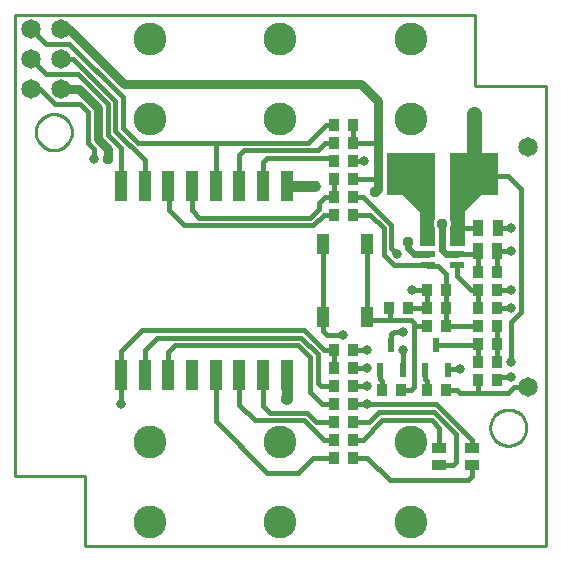
<source format=gbr>
G04 EAGLE Gerber RS-274X export*
G75*
%MOMM*%
%FSLAX34Y34*%
%LPD*%
%INTop Copper*%
%IPPOS*%
%AMOC8*
5,1,8,0,0,1.08239X$1,22.5*%
G01*
%ADD10R,0.950000X1.000000*%
%ADD11R,0.970000X1.470000*%
%ADD12R,1.200000X0.600000*%
%ADD13R,3.000000X3.400000*%
%ADD14R,1.200000X0.900000*%
%ADD15R,1.100000X2.600000*%
%ADD16R,0.600000X1.300000*%
%ADD17C,1.650000*%
%ADD18R,1.100000X1.800000*%
%ADD19C,2.775000*%
%ADD20C,0.381000*%
%ADD21C,0.806400*%
%ADD22C,0.956400*%
%ADD23C,0.609600*%
%ADD24C,0.965200*%
%ADD25C,0.762000*%
%ADD26C,0.584200*%
%ADD27C,1.270000*%
%ADD28C,0.254000*%

G36*
X355605Y253999D02*
X355605Y253999D01*
X355605Y254000D01*
X355605Y269247D01*
X355604Y269247D01*
X355605Y269248D01*
X354633Y271594D01*
X354633Y274506D01*
X355605Y276852D01*
X355604Y276853D01*
X355605Y276853D01*
X355605Y332740D01*
X355601Y332745D01*
X355600Y332745D01*
X314960Y332745D01*
X314955Y332741D01*
X314955Y332740D01*
X314955Y297180D01*
X314959Y297175D01*
X314960Y297175D01*
X328928Y297175D01*
X342895Y283208D01*
X342895Y254000D01*
X342899Y253995D01*
X342900Y253995D01*
X355600Y253995D01*
X355605Y253999D01*
G37*
G36*
X381005Y253999D02*
X381005Y253999D01*
X381005Y254000D01*
X381005Y283208D01*
X394972Y297175D01*
X408940Y297175D01*
X408945Y297179D01*
X408945Y297180D01*
X408945Y332740D01*
X408941Y332745D01*
X408940Y332745D01*
X368300Y332745D01*
X368295Y332741D01*
X368295Y332740D01*
X368295Y276854D01*
X368296Y276853D01*
X368295Y276852D01*
X369267Y274505D01*
X369267Y271595D01*
X368295Y269248D01*
X368296Y269247D01*
X368295Y269246D01*
X368295Y254000D01*
X368299Y253995D01*
X368300Y253995D01*
X381000Y253995D01*
X381005Y253999D01*
G37*
D10*
X286130Y166370D03*
X270130Y166370D03*
D11*
X408940Y269240D03*
X392340Y269240D03*
X408350Y249510D03*
X391750Y249510D03*
D10*
X408050Y232410D03*
X392050Y232410D03*
X348870Y201930D03*
X364870Y201930D03*
X392050Y156210D03*
X408050Y156210D03*
X348870Y186690D03*
X364870Y186690D03*
X408050Y186690D03*
X392050Y186690D03*
D12*
X349450Y257150D03*
X349450Y247650D03*
X349450Y238150D03*
X374450Y238150D03*
X374450Y247650D03*
X374450Y257150D03*
D13*
X330950Y314960D03*
X392950Y314960D03*
D14*
X387380Y68950D03*
X359380Y68950D03*
X359380Y83450D03*
X387380Y83450D03*
D15*
X90020Y144790D03*
X110020Y144790D03*
X130020Y144790D03*
X150020Y144790D03*
X170020Y144790D03*
X190020Y144790D03*
X210020Y144790D03*
X230020Y144790D03*
X230020Y304790D03*
X210020Y304790D03*
X190020Y304790D03*
X170020Y304790D03*
X150020Y304790D03*
X130020Y304790D03*
X110020Y304790D03*
X90020Y304790D03*
D16*
X309270Y149520D03*
X328270Y149520D03*
X318770Y170520D03*
X347370Y149520D03*
X366370Y149520D03*
X356870Y170520D03*
D10*
X286130Y151130D03*
X270130Y151130D03*
X270130Y295910D03*
X286130Y295910D03*
X270130Y311150D03*
X286130Y311150D03*
X270130Y280670D03*
X286130Y280670D03*
X326770Y132080D03*
X310770Y132080D03*
X408050Y140970D03*
X392050Y140970D03*
X364870Y132080D03*
X348870Y132080D03*
X392050Y171450D03*
X408050Y171450D03*
X348870Y217170D03*
X364870Y217170D03*
X408050Y217170D03*
X392050Y217170D03*
X392050Y201930D03*
X408050Y201930D03*
X286130Y135890D03*
X270130Y135890D03*
X286130Y120650D03*
X270130Y120650D03*
X286130Y74930D03*
X270130Y74930D03*
X286130Y90170D03*
X270130Y90170D03*
X286130Y105410D03*
X270130Y105410D03*
X270130Y326390D03*
X286130Y326390D03*
X270130Y341630D03*
X286130Y341630D03*
X286130Y356870D03*
X270130Y356870D03*
D17*
X434340Y337820D03*
X434340Y134620D03*
D18*
X260900Y193790D03*
X260900Y255790D03*
X297900Y193790D03*
X297900Y255790D03*
D19*
X114300Y361790D03*
X114300Y87790D03*
X114300Y429290D03*
X114300Y20290D03*
X224790Y361790D03*
X224790Y87790D03*
X224790Y429290D03*
X224790Y20290D03*
X335280Y361790D03*
X335280Y87790D03*
X335280Y429290D03*
X335280Y20290D03*
D17*
X39370Y438150D03*
X39370Y412750D03*
X39370Y387350D03*
X13970Y438150D03*
X13970Y412750D03*
X13970Y387350D03*
D10*
X317120Y201930D03*
X333120Y201930D03*
D20*
X270130Y135890D02*
X259080Y135890D01*
X256540Y138430D01*
X256540Y162560D01*
X242570Y176530D01*
X110020Y165900D02*
X110020Y144790D01*
X120650Y176530D02*
X242570Y176530D01*
X120650Y176530D02*
X110020Y165900D01*
X260350Y120650D02*
X270130Y120650D01*
X260350Y120650D02*
X250190Y130810D01*
X250190Y159930D01*
X239940Y170180D01*
X130020Y164310D02*
X130020Y144790D01*
X135890Y170180D02*
X239940Y170180D01*
X135890Y170180D02*
X130020Y164310D01*
X170020Y144790D02*
X170020Y105570D01*
X213360Y62230D01*
X252730Y74930D02*
X270130Y74930D01*
X240030Y62230D02*
X213360Y62230D01*
X240030Y62230D02*
X252730Y74930D01*
X190020Y119860D02*
X190020Y144790D01*
X190020Y119860D02*
X203200Y106680D01*
X245020Y106680D01*
X261530Y90170D02*
X270130Y90170D01*
X261530Y90170D02*
X245020Y106680D01*
X247650Y113030D02*
X255270Y105410D01*
X210020Y118910D02*
X210020Y144790D01*
X210020Y118910D02*
X215900Y113030D01*
X247650Y113030D01*
X255270Y105410D02*
X270130Y105410D01*
X270130Y326390D02*
X267590Y328930D01*
X210020Y325590D02*
X210020Y304790D01*
X213360Y328930D02*
X267590Y328930D01*
X213360Y328930D02*
X210020Y325590D01*
X262890Y341630D02*
X270130Y341630D01*
X262890Y341630D02*
X256540Y335280D01*
X194310Y335280D01*
X190020Y330990D02*
X190020Y304790D01*
X190020Y330990D02*
X194310Y335280D01*
X150020Y304790D02*
X150020Y284320D01*
X156210Y278130D01*
X250190Y278130D01*
X257810Y285750D01*
X257810Y290830D01*
X262890Y295910D02*
X270130Y295910D01*
X262890Y295910D02*
X257810Y290830D01*
X270130Y295910D02*
X270130Y311150D01*
X270130Y280670D02*
X261710Y280670D01*
X252820Y271780D01*
X143510Y271780D01*
X130810Y284480D01*
X130810Y304000D01*
X130020Y304790D01*
X408050Y249210D02*
X408050Y232410D01*
X408050Y249210D02*
X408350Y249510D01*
X348870Y217170D02*
X348870Y201930D01*
D21*
X295910Y326390D03*
D20*
X286130Y326390D01*
D22*
X332740Y257810D03*
D23*
X337820Y247650D02*
X349450Y247650D01*
X332740Y252730D02*
X332740Y257810D01*
X332740Y252730D02*
X337820Y247650D01*
D22*
X254000Y304800D03*
D24*
X253990Y304790D02*
X230020Y304790D01*
X253990Y304790D02*
X254000Y304800D01*
D21*
X298450Y166370D03*
D20*
X286130Y166370D01*
D21*
X328930Y166370D03*
D20*
X328610Y149860D02*
X328270Y149520D01*
X328610Y149860D02*
X328930Y149860D01*
X328930Y166370D01*
D21*
X420370Y143510D03*
D20*
X410590Y143510D02*
X408050Y140970D01*
X410590Y143510D02*
X420370Y143510D01*
D21*
X420370Y217170D03*
D20*
X408050Y217170D01*
D21*
X420370Y250190D03*
X420370Y269240D03*
D20*
X409030Y250190D02*
X408350Y249510D01*
X409030Y250190D02*
X420370Y250190D01*
X420370Y269240D02*
X408940Y269240D01*
D21*
X336550Y217170D03*
D20*
X348870Y217170D01*
D22*
X78740Y327660D03*
D25*
X54366Y387350D02*
X39370Y387350D01*
X54366Y387350D02*
X70485Y371231D01*
X78740Y336306D02*
X78740Y327660D01*
X78740Y336306D02*
X70485Y344561D01*
X70485Y371231D01*
D20*
X333120Y201930D02*
X348870Y201930D01*
D25*
X307340Y311150D02*
X307340Y340360D01*
D20*
X306070Y341630D02*
X286130Y341630D01*
X306070Y341630D02*
X307340Y340360D01*
X286130Y341630D02*
X286130Y356870D01*
X392050Y246380D02*
X392050Y232410D01*
X392050Y246380D02*
X392050Y249210D01*
X391750Y249510D01*
X390780Y247650D02*
X374450Y247650D01*
X390780Y247650D02*
X392050Y246380D01*
D22*
X229870Y124460D03*
D24*
X230020Y124610D02*
X230020Y144790D01*
X230020Y124610D02*
X229870Y124460D01*
D21*
X298450Y151130D03*
D20*
X286130Y151130D01*
D21*
X298450Y120650D03*
D20*
X286130Y120650D01*
D22*
X361950Y273050D03*
D26*
X361950Y251132D02*
X365432Y247650D01*
X374450Y247650D01*
X361950Y251132D02*
X361950Y273050D01*
D21*
X420370Y201930D03*
D20*
X408050Y201930D01*
D22*
X304800Y299720D03*
D20*
X307340Y311150D02*
X286130Y311150D01*
X387380Y90140D02*
X387380Y83450D01*
X356870Y120650D02*
X298450Y120650D01*
X356870Y120650D02*
X387380Y90140D01*
D25*
X45720Y438150D02*
X39370Y438150D01*
X45720Y438150D02*
X92710Y391160D01*
X293370Y391160D02*
X307340Y377190D01*
X307340Y340360D01*
X293370Y391160D02*
X92710Y391160D01*
X307340Y311150D02*
X307340Y302260D01*
X304800Y299720D01*
D21*
X328930Y181610D03*
D20*
X320970Y181610D02*
X318770Y179410D01*
X318770Y170520D01*
X320970Y181610D02*
X328930Y181610D01*
D21*
X323850Y247650D03*
D20*
X318770Y252730D01*
X318770Y271870D01*
X303620Y287020D01*
X303530Y287020D01*
X294640Y295910D02*
X286130Y295910D01*
X294640Y295910D02*
X303530Y287020D01*
X364870Y186690D02*
X392050Y186690D01*
X364870Y186690D02*
X364870Y201930D01*
X364870Y217170D01*
X364870Y230760D01*
X358140Y237490D01*
X350110Y237490D01*
X349450Y238150D01*
X320650Y238150D01*
X312420Y246380D02*
X312420Y269240D01*
X300990Y280670D01*
X286130Y280670D01*
X312420Y246380D02*
X320650Y238150D01*
X110020Y304790D02*
X110020Y326860D01*
X85090Y351790D02*
X85090Y377280D01*
X85090Y351790D02*
X110020Y326860D01*
X49620Y412750D02*
X39370Y412750D01*
X49620Y412750D02*
X85090Y377280D01*
X90020Y336700D02*
X90020Y304790D01*
X90020Y336700D02*
X78740Y347980D01*
X78740Y374650D01*
X53340Y400050D01*
X26670Y400050D01*
X13970Y412750D01*
X90020Y164950D02*
X90020Y144790D01*
X107950Y182880D02*
X245200Y182880D01*
X107950Y182880D02*
X90020Y164950D01*
X270130Y166370D02*
X270130Y151130D01*
X261710Y166370D02*
X245200Y182880D01*
X261710Y166370D02*
X270130Y166370D01*
D21*
X90170Y120650D03*
D20*
X90020Y124610D02*
X90020Y144790D01*
X90170Y124460D02*
X90170Y120650D01*
X90170Y124460D02*
X90020Y124610D01*
D21*
X67310Y327660D03*
D20*
X21417Y387350D02*
X13970Y387350D01*
X21417Y387350D02*
X34112Y374655D01*
X55386Y374655D02*
X62230Y367811D01*
X55386Y374655D02*
X34112Y374655D01*
X62230Y367811D02*
X62230Y341141D01*
X67310Y336061D01*
X67310Y327660D01*
X387380Y68950D02*
X387380Y59720D01*
X383540Y55880D01*
X317500Y55880D01*
X298450Y74930D01*
X286130Y74930D01*
X359380Y83450D02*
X359380Y100179D01*
X352970Y106590D01*
X311060Y106590D01*
X294640Y90170D02*
X286130Y90170D01*
X294640Y90170D02*
X311060Y106590D01*
X359380Y68950D02*
X371210Y68950D01*
X373380Y95160D02*
X354920Y113620D01*
X373380Y95160D02*
X373380Y71120D01*
X354920Y113620D02*
X308310Y113620D01*
X300100Y105410D01*
X286130Y105410D01*
X371210Y68950D02*
X373380Y71120D01*
X335280Y132080D02*
X326770Y132080D01*
X335280Y132080D02*
X337820Y134620D01*
X335800Y191250D02*
X317500Y191250D01*
X300440Y191250D01*
X297900Y193790D01*
X335800Y191250D02*
X337820Y189230D01*
X337820Y186690D02*
X337820Y134620D01*
X337820Y186690D02*
X337820Y189230D01*
X337820Y186690D02*
X348870Y186690D01*
X297900Y193790D02*
X297900Y255790D01*
X317120Y201930D02*
X317500Y201550D01*
X317500Y191250D01*
X392050Y171450D02*
X392050Y156210D01*
X391120Y170520D02*
X356870Y170520D01*
X391120Y170520D02*
X392050Y171450D01*
X270130Y356870D02*
X263525Y356870D01*
X171450Y341630D02*
X170180Y340360D01*
X170180Y304950D01*
X170020Y304790D01*
X248285Y341630D02*
X263525Y356870D01*
X248285Y341630D02*
X171450Y341630D01*
X26670Y425450D02*
X13970Y438150D01*
X26670Y425450D02*
X45901Y425450D01*
X91440Y379911D01*
X91440Y354420D01*
X104230Y341630D02*
X171450Y341630D01*
X104230Y341630D02*
X91440Y354420D01*
X392050Y217170D02*
X392050Y201930D01*
X392050Y217170D02*
X386080Y217170D01*
X374450Y228800D02*
X374450Y238150D01*
X374450Y228800D02*
X386080Y217170D01*
X408050Y186690D02*
X408050Y171450D01*
X408050Y156210D01*
X348870Y140080D02*
X348870Y132080D01*
X347370Y141580D02*
X347370Y149520D01*
X347370Y141580D02*
X348870Y140080D01*
X310770Y140080D02*
X310770Y132080D01*
X309270Y141580D02*
X309270Y149520D01*
X309270Y141580D02*
X310770Y140080D01*
X391160Y129540D02*
X417830Y129540D01*
X391160Y129540D02*
X377190Y129540D01*
X374650Y132080D01*
X364870Y132080D01*
X392050Y130430D02*
X392050Y140970D01*
X392050Y130430D02*
X391160Y129540D01*
X417830Y129540D02*
X422910Y134620D01*
X434340Y134620D01*
D21*
X298450Y135890D03*
D20*
X286130Y135890D01*
D21*
X377190Y149860D03*
D20*
X366710Y149860D02*
X366370Y149520D01*
X366710Y149860D02*
X377190Y149860D01*
D21*
X278130Y179070D03*
D20*
X264190Y179070D01*
X260900Y182360D01*
X260900Y193790D01*
D21*
X420370Y156210D03*
D20*
X420370Y189942D01*
X428847Y198419D01*
X428847Y302260D01*
X260900Y255790D02*
X260900Y193790D01*
X378460Y269240D02*
X392340Y269240D01*
X378460Y269240D02*
X374450Y265230D01*
X374450Y257150D01*
D22*
X388620Y365760D03*
D27*
X388620Y319290D01*
X392950Y314960D01*
D20*
X394220Y313690D01*
X417417Y313690D02*
X428847Y302260D01*
X417417Y313690D02*
X394220Y313690D01*
D28*
X0Y59690D02*
X59690Y59690D01*
X59690Y0D01*
X449580Y0D01*
X449580Y389890D01*
X389890Y389890D01*
X389890Y449580D01*
X0Y449580D01*
X0Y59690D01*
X433070Y99786D02*
X432992Y98700D01*
X432837Y97622D01*
X432606Y96559D01*
X432299Y95514D01*
X431919Y94494D01*
X431467Y93504D01*
X430945Y92549D01*
X430356Y91633D01*
X429704Y90761D01*
X428991Y89939D01*
X428221Y89169D01*
X427399Y88456D01*
X426527Y87804D01*
X425611Y87215D01*
X424656Y86693D01*
X423666Y86241D01*
X422646Y85861D01*
X421601Y85554D01*
X420538Y85323D01*
X419460Y85168D01*
X418374Y85090D01*
X417286Y85090D01*
X416200Y85168D01*
X415122Y85323D01*
X414059Y85554D01*
X413014Y85861D01*
X411994Y86241D01*
X411004Y86693D01*
X410049Y87215D01*
X409133Y87804D01*
X408261Y88456D01*
X407439Y89169D01*
X406669Y89939D01*
X405956Y90761D01*
X405304Y91633D01*
X404715Y92549D01*
X404193Y93504D01*
X403741Y94494D01*
X403361Y95514D01*
X403054Y96559D01*
X402823Y97622D01*
X402668Y98700D01*
X402590Y99786D01*
X402590Y100874D01*
X402668Y101960D01*
X402823Y103038D01*
X403054Y104101D01*
X403361Y105146D01*
X403741Y106166D01*
X404193Y107156D01*
X404715Y108111D01*
X405304Y109027D01*
X405956Y109899D01*
X406669Y110721D01*
X407439Y111491D01*
X408261Y112204D01*
X409133Y112856D01*
X410049Y113445D01*
X411004Y113967D01*
X411994Y114419D01*
X413014Y114799D01*
X414059Y115106D01*
X415122Y115337D01*
X416200Y115492D01*
X417286Y115570D01*
X418374Y115570D01*
X419460Y115492D01*
X420538Y115337D01*
X421601Y115106D01*
X422646Y114799D01*
X423666Y114419D01*
X424656Y113967D01*
X425611Y113445D01*
X426527Y112856D01*
X427399Y112204D01*
X428221Y111491D01*
X428991Y110721D01*
X429704Y109899D01*
X430356Y109027D01*
X430945Y108111D01*
X431467Y107156D01*
X431919Y106166D01*
X432299Y105146D01*
X432606Y104101D01*
X432837Y103038D01*
X432992Y101960D01*
X433070Y100874D01*
X433070Y99786D01*
X48260Y349976D02*
X48182Y348890D01*
X48027Y347812D01*
X47796Y346749D01*
X47489Y345704D01*
X47109Y344684D01*
X46657Y343694D01*
X46135Y342739D01*
X45546Y341823D01*
X44894Y340951D01*
X44181Y340129D01*
X43411Y339359D01*
X42589Y338646D01*
X41717Y337994D01*
X40801Y337405D01*
X39846Y336883D01*
X38856Y336431D01*
X37836Y336051D01*
X36791Y335744D01*
X35728Y335513D01*
X34650Y335358D01*
X33564Y335280D01*
X32476Y335280D01*
X31390Y335358D01*
X30312Y335513D01*
X29249Y335744D01*
X28204Y336051D01*
X27184Y336431D01*
X26194Y336883D01*
X25239Y337405D01*
X24323Y337994D01*
X23451Y338646D01*
X22629Y339359D01*
X21859Y340129D01*
X21146Y340951D01*
X20494Y341823D01*
X19905Y342739D01*
X19383Y343694D01*
X18931Y344684D01*
X18551Y345704D01*
X18244Y346749D01*
X18013Y347812D01*
X17858Y348890D01*
X17780Y349976D01*
X17780Y351064D01*
X17858Y352150D01*
X18013Y353228D01*
X18244Y354291D01*
X18551Y355336D01*
X18931Y356356D01*
X19383Y357346D01*
X19905Y358301D01*
X20494Y359217D01*
X21146Y360089D01*
X21859Y360911D01*
X22629Y361681D01*
X23451Y362394D01*
X24323Y363046D01*
X25239Y363635D01*
X26194Y364157D01*
X27184Y364609D01*
X28204Y364989D01*
X29249Y365296D01*
X30312Y365527D01*
X31390Y365682D01*
X32476Y365760D01*
X33564Y365760D01*
X34650Y365682D01*
X35728Y365527D01*
X36791Y365296D01*
X37836Y364989D01*
X38856Y364609D01*
X39846Y364157D01*
X40801Y363635D01*
X41717Y363046D01*
X42589Y362394D01*
X43411Y361681D01*
X44181Y360911D01*
X44894Y360089D01*
X45546Y359217D01*
X46135Y358301D01*
X46657Y357346D01*
X47109Y356356D01*
X47489Y355336D01*
X47796Y354291D01*
X48027Y353228D01*
X48182Y352150D01*
X48260Y351064D01*
X48260Y349976D01*
M02*

</source>
